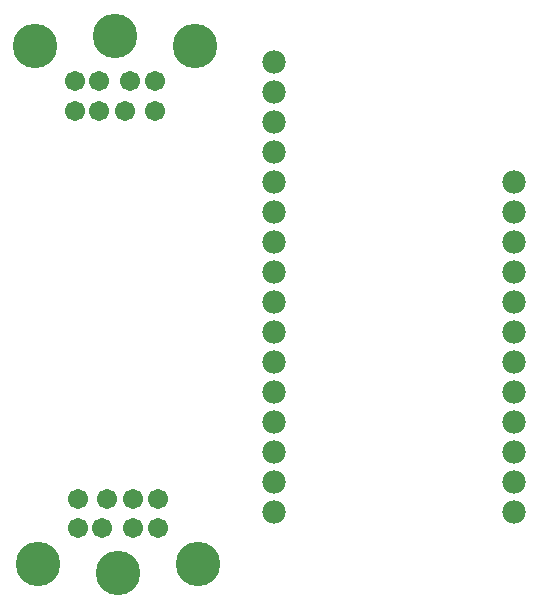
<source format=gbr>
G04 EAGLE Gerber RS-274X export*
G75*
%MOMM*%
%FSLAX34Y34*%
%LPD*%
%INSoldermask Bottom*%
%IPPOS*%
%AMOC8*
5,1,8,0,0,1.08239X$1,22.5*%
G01*
%ADD10C,1.712800*%
%ADD11C,3.767800*%
%ADD12C,1.981200*%


D10*
X134920Y85040D03*
X108920Y85040D03*
X155920Y85040D03*
X134920Y110040D03*
X87920Y85040D03*
X155920Y110040D03*
X112920Y110040D03*
X87920Y110040D03*
D11*
X121920Y47040D03*
X189420Y55040D03*
X54420Y55040D03*
D12*
X254000Y99060D03*
X254000Y124460D03*
X254000Y149860D03*
X254000Y175260D03*
X254000Y200660D03*
X254000Y226060D03*
X254000Y251460D03*
X254000Y276860D03*
X254000Y302260D03*
X254000Y327660D03*
X254000Y353060D03*
X254000Y378460D03*
X254000Y403860D03*
X254000Y429260D03*
X254000Y454660D03*
X254000Y480060D03*
X457200Y378460D03*
X457200Y353060D03*
X457200Y327660D03*
X457200Y302260D03*
X457200Y276860D03*
X457200Y251460D03*
X457200Y226060D03*
X457200Y200660D03*
X457200Y175260D03*
X457200Y149860D03*
X457200Y124460D03*
X457200Y99060D03*
D10*
X106380Y463600D03*
X132380Y463600D03*
X85380Y463600D03*
X106380Y438600D03*
X153380Y463600D03*
X85380Y438600D03*
X128380Y438600D03*
X153380Y438600D03*
D11*
X119380Y501600D03*
X51880Y493600D03*
X186880Y493600D03*
M02*

</source>
